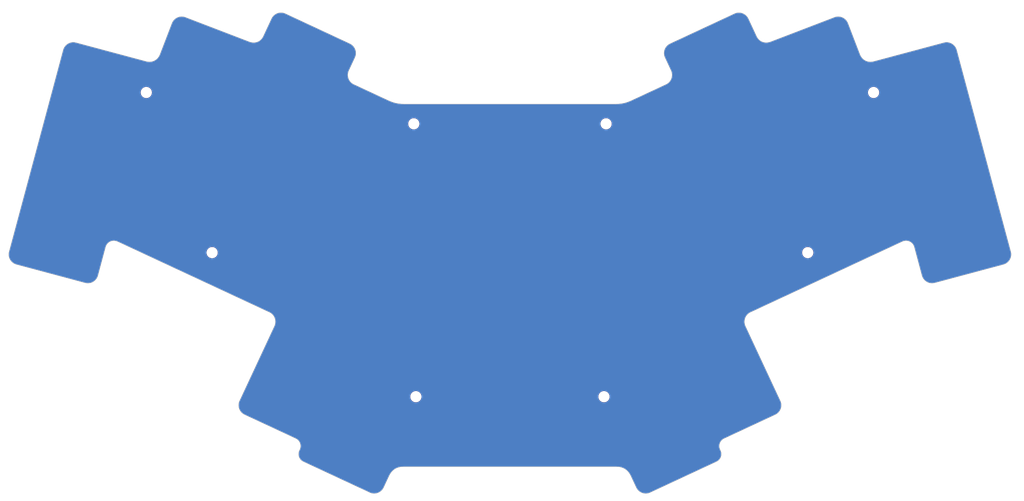
<source format=kicad_pcb>
(kicad_pcb (version 20221018) (generator pcbnew)
  (layers (0 "F.Cu" signal) (31 "B.Cu" signal) (34 "B.Paste" user) (35 "F.Paste" user) (36 "B.SilkS" user "B.Silkscreen") (37 "F.SilkS" user "F.Silkscreen") (38 "B.Mask" user) (39 "F.Mask" user) (44 "Edge.Cuts" user))
  (net 0 "")
  (net 1 "GND")
  (footprint "MountingHole:MountingHole_2.2mm_M2" (layer "F.Cu") (at 127.220211 125.174881)
    (fp_text reference "H7" hide)
    (fp_text value "MountingHole_2.2mm_M2" hide)
    (pad "" np_thru_hole circle (at 0 0) (size 2.2 2.2) (drill 2.2) (layers "*.Cu" "*.Mask"))
  )
  (footprint "MountingHole:MountingHole_2.2mm_M2" (layer "F.Cu") (at 62.720213 52.326409)
    (fp_text reference "H1" hide)
    (fp_text value "MountingHole_2.2mm_M2" hide)
    (pad "" np_thru_hole circle (at 0 0) (size 2.2 2.2) (drill 2.2) (layers "*.Cu" "*.Mask"))
  )
  (footprint "MountingHole:MountingHole_2.2mm_M2" (layer "F.Cu") (at 78.470211 90.674883)
    (fp_text reference "H5" hide)
    (fp_text value "MountingHole_2.2mm_M2" hide)
    (pad "" np_thru_hole circle (at 0 0) (size 2.2 2.2) (drill 2.2) (layers "*.Cu" "*.Mask"))
  )
  (footprint "MountingHole:MountingHole_2.2mm_M2" (layer "F.Cu") (at 220.970208 90.674881)
    (fp_text reference "H6" hide)
    (fp_text value "MountingHole_2.2mm_M2" hide)
    (pad "" np_thru_hole circle (at 0 0) (size 2.2 2.2) (drill 2.2) (layers "*.Cu" "*.Mask"))
  )
  (footprint "MountingHole:MountingHole_2.2mm_M2" (layer "F.Cu") (at 236.72021 52.32641)
    (fp_text reference "H2" hide)
    (fp_text value "MountingHole_2.2mm_M2" hide)
    (pad "" np_thru_hole circle (at 0 0) (size 2.2 2.2) (drill 2.2) (layers "*.Cu" "*.Mask"))
  )
  (footprint "MountingHole:MountingHole_2.2mm_M2" (layer "F.Cu") (at 172.720207 59.826407)
    (fp_text reference "H4" hide)
    (fp_text value "MountingHole_2.2mm_M2" hide)
    (pad "" np_thru_hole circle (at 0 0) (size 2.2 2.2) (drill 2.2) (layers "*.Cu" "*.Mask"))
  )
  (footprint "MountingHole:MountingHole_2.2mm_M2" (layer "F.Cu") (at 126.720211 59.826409)
    (fp_text reference "H3" hide)
    (fp_text value "MountingHole_2.2mm_M2" hide)
    (pad "" np_thru_hole circle (at 0 0) (size 2.2 2.2) (drill 2.2) (layers "*.Cu" "*.Mask"))
  )
  (footprint "MountingHole:MountingHole_2.2mm_M2" (layer "F.Cu") (at 172.220208 125.174877)
    (fp_text reference "H8" hide)
    (fp_text value "MountingHole_2.2mm_M2" hide)
    (pad "" np_thru_hole circle (at 0 0) (size 2.2 2.2) (drill 2.2) (layers "*.Cu" "*.Mask"))
  )
  (gr_curve (pts (xy 52.960844 89.383338) (xy 53.282008 88.140614) (xy 54.604832 87.433404) (xy 55.873658 88.02507)) (stroke (width 0.1)) (layer "Edge.Cuts"))
  (gr_line (start 68.85356 35.752684) (end 65.995998 43.196867) (stroke (width 0.1)) (layer "Edge.Cuts"))
  (gr_curve (pts (xy 120.767812 144.194167) (xy 121.507398 142.608127) (xy 122.715401 141.928395) (xy 124.32436 141.928402)) (stroke (width 0.1)) (layer "Edge.Cuts"))
  (gr_curve (pts (xy 246.479587 89.38334) (xy 246.158416 88.140612) (xy 244.835599 87.433399) (xy 243.566768 88.025067)) (stroke (width 0.1)) (layer "Edge.Cuts"))
  (gr_arc (start 183.262769 148.12231) (mid 181.351191 148.205767) (end 179.940462 146.913088) (stroke (width 0.1)) (layer "Edge.Cuts"))
  (gr_arc (start 100.317255 140.726495) (mid 99.283126 139.597907) (end 99.349881 138.06864) (stroke (width 0.1)) (layer "Edge.Cuts"))
  (gr_line (start 253.538873 40.386739) (end 236.754593 44.882312) (stroke (width 0.1)) (layer "Edge.Cuts"))
  (gr_arc (start 251.353178 97.912589) (mid 249.456117 97.662876) (end 248.291314 96.144817) (stroke (width 0.1)) (layer "Edge.Cuts"))
  (gr_line (start 200.090541 138.068639) (end 199.98489 137.84206) (stroke (width 0.1)) (layer "Edge.Cuts"))
  (gr_arc (start 203.438047 33.444424) (mid 205.349641 33.360967) (end 206.760358 34.653648) (stroke (width 0.1)) (layer "Edge.Cuts"))
  (gr_arc (start 98.488154 135.184215) (mid 99.52234 136.31278) (end 99.45553 137.842063) (stroke (width 0.1)) (layer "Edge.Cuts"))
  (gr_curve (pts (xy 236.754593 44.882312) (xy 235.112525 45.322297) (xy 233.89182 44.362379) (xy 233.44386 43.195404)) (stroke (width 0.1)) (layer "Edge.Cuts"))
  (gr_arc (start 119.499959 146.913087) (mid 118.08925 148.205785) (end 116.177647 148.122313) (stroke (width 0.1)) (layer "Edge.Cuts"))
  (gr_line (start 243.566768 88.025067) (end 207.267169 104.951846) (stroke (width 0.1)) (layer "Edge.Cuts"))
  (gr_line (start 99.349881 138.06864) (end 99.45553 137.842063) (stroke (width 0.1)) (layer "Edge.Cuts"))
  (gr_line (start 230.586858 35.752679) (end 233.44386 43.195404) (stroke (width 0.1)) (layer "Edge.Cuts"))
  (gr_line (start 186.821587 43.951253) (end 188.2739 47.065762) (stroke (width 0.1)) (layer "Edge.Cuts"))
  (gr_curve (pts (xy 120.65033 54.246584) (xy 121.467176 54.582758) (xy 122.46718 55.082758) (xy 124.467179 55.082755)) (stroke (width 0.1)) (layer "Edge.Cuts"))
  (gr_line (start 112.375742 50.38808) (end 120.65033 54.246584) (stroke (width 0.1)) (layer "Edge.Cuts"))
  (gr_line (start 267.773919 93.512661) (end 251.353178 97.912589) (stroke (width 0.1)) (layer "Edge.Cuts"))
  (gr_arc (start 42.839796 42.154087) (mid 44.004606 40.63607) (end 45.901661 40.386316) (stroke (width 0.1)) (layer "Edge.Cuts"))
  (gr_line (start 214.396646 126.156548) (end 206.057946 108.274163) (stroke (width 0.1)) (layer "Edge.Cuts"))
  (gr_line (start 206.760358 34.653648) (end 208.695951 38.804541) (stroke (width 0.1)) (layer "Edge.Cuts"))
  (gr_line (start 45.901661 40.386316) (end 62.685259 44.883776) (stroke (width 0.1)) (layer "Edge.Cuts"))
  (gr_arc (start 31.666502 93.512664) (mid 30.148374 92.347907) (end 29.898727 90.450793) (stroke (width 0.1)) (layer "Edge.Cuts"))
  (gr_arc (start 200.090541 138.068639) (mid 200.157283 139.597905) (end 199.123161 140.726492) (stroke (width 0.1)) (layer "Edge.Cuts"))
  (gr_curve (pts (xy 87.352997 40.176473) (xy 88.851631 40.73708) (xy 90.174513 40.081294) (xy 90.743494 38.806624)) (stroke (width 0.1)) (layer "Edge.Cuts"))
  (gr_line (start 92.682172 34.649118) (end 90.743494 38.806624) (stroke (width 0.1)) (layer "Edge.Cuts"))
  (gr_arc (start 199.98489 137.84206) (mid 199.918106 136.312785) (end 200.952268 135.184209) (stroke (width 0.1)) (layer "Edge.Cuts"))
  (gr_curve (pts (xy 178.80821 54.238138) (xy 177.995593 54.583372) (xy 176.995594 55.08337) (xy 174.995598 55.083365)) (stroke (width 0.1)) (layer "Edge.Cuts"))
  (gr_arc (start 269.541688 90.4508) (mid 269.291936 92.347853) (end 267.773919 93.512661) (stroke (width 0.1)) (layer "Edge.Cuts"))
  (gr_arc (start 186.821587 43.951253) (mid 186.738103 42.039643) (end 188.030812 40.628938) (stroke (width 0.1)) (layer "Edge.Cuts"))
  (gr_line (start 124.32436 141.928402) (end 175.116059 141.928399) (stroke (width 0.1)) (layer "Edge.Cuts"))
  (gr_line (start 98.488154 135.184215) (end 86.253002 129.478869) (stroke (width 0.1)) (layer "Edge.Cuts"))
  (gr_line (start 203.438047 33.444424) (end 188.030812 40.628938) (stroke (width 0.1)) (layer "Edge.Cuts"))
  (gr_line (start 269.541688 90.4508) (end 256.600732 42.154507) (stroke (width 0.1)) (layer "Edge.Cuts"))
  (gr_arc (start 68.85356 35.752684) (mid 70.170671 34.364779) (end 72.083426 34.314655) (stroke (width 0.1)) (layer "Edge.Cuts"))
  (gr_line (start 51.149101 96.144816) (end 52.960844 89.383338) (stroke (width 0.1)) (layer "Edge.Cuts"))
  (gr_line (start 112.618821 43.951254) (end 111.166519 47.065768) (stroke (width 0.1)) (layer "Edge.Cuts"))
  (gr_arc (start 214.396646 126.156548) (mid 214.480155 128.068166) (end 213.187416 129.478855) (stroke (width 0.1)) (layer "Edge.Cuts"))
  (gr_line (start 187.064672 50.388078) (end 178.80821 54.238138) (stroke (width 0.1)) (layer "Edge.Cuts"))
  (gr_curve (pts (xy 212.086451 40.174391) (xy 210.587808 40.734993) (xy 209.264934 40.079207) (xy 208.695948 38.804539)) (stroke (width 0.1)) (layer "Edge.Cuts"))
  (gr_arc (start 253.538873 40.386739) (mid 255.43589 40.636518) (end 256.600732 42.154507) (stroke (width 0.1)) (layer "Edge.Cuts"))
  (gr_line (start 72.083426 34.314655) (end 87.352997 40.176473) (stroke (width 0.1)) (layer "Edge.Cuts"))
  (gr_arc (start 206.057946 108.274163) (mid 205.974463 106.362557) (end 207.267169 104.951846) (stroke (width 0.1)) (layer "Edge.Cuts"))
  (gr_line (start 116.177647 148.122313) (end 100.317255 140.726495) (stroke (width 0.1)) (layer "Edge.Cuts"))
  (gr_arc (start 86.253002 129.478869) (mid 84.960326 128.068145) (end 85.043781 126.156552) (stroke (width 0.1)) (layer "Edge.Cuts"))
  (gr_line (start 96.004486 33.439897) (end 111.409602 40.628939) (stroke (width 0.1)) (layer "Edge.Cuts"))
  (gr_curve (pts (xy 62.685259 44.883776) (xy 64.327339 45.323765) (xy 65.548035 44.363844) (xy 65.995998 43.196867)) (stroke (width 0.1)) (layer "Edge.Cuts"))
  (gr_arc (start 188.2739 47.065762) (mid 188.357344 48.977348) (end 187.064672 50.388078) (stroke (width 0.1)) (layer "Edge.Cuts"))
  (gr_arc (start 227.356985 34.314648) (mid 229.269748 34.364739) (end 230.586858 35.752679) (stroke (width 0.1)) (layer "Edge.Cuts"))
  (gr_arc (start 112.375742 50.38808) (mid 111.083093 48.977355) (end 111.166519 47.065768) (stroke (width 0.1)) (layer "Edge.Cuts"))
  (gr_line (start 31.666502 93.512664) (end 48.08724 97.91258) (stroke (width 0.1)) (layer "Edge.Cuts"))
  (gr_line (start 119.499959 146.913087) (end 120.767812 144.194167) (stroke (width 0.1)) (layer "Edge.Cuts"))
  (gr_arc (start 111.409602 40.628939) (mid 112.702315 42.039651) (end 112.618821 43.951254) (stroke (width 0.1)) (layer "Edge.Cuts"))
  (gr_line (start 29.898727 90.450793) (end 42.839796 42.154087) (stroke (width 0.1)) (layer "Edge.Cuts"))
  (gr_line (start 93.382474 108.274166) (end 85.043781 126.156552) (stroke (width 0.1)) (layer "Edge.Cuts"))
  (gr_line (start 183.262769 148.12231) (end 199.123161 140.726492) (stroke (width 0.1)) (layer "Edge.Cuts"))
  (gr_arc (start 92.173248 104.951845) (mid 93.465939 106.362563) (end 93.382474 108.274166) (stroke (width 0.1)) (layer "Edge.Cuts"))
  (gr_arc (start 51.149101 96.144816) (mid 49.984288 97.662831) (end 48.08724 97.91258) (stroke (width 0.1)) (layer "Edge.Cuts"))
  (gr_line (start 200.952268 135.184209) (end 213.187416 129.478855) (stroke (width 0.1)) (layer "Edge.Cuts"))
  (gr_line (start 179.940462 146.913088) (end 178.672606 144.194159) (stroke (width 0.1)) (layer "Edge.Cuts"))
  (gr_line (start 174.995598 55.083365) (end 124.467179 55.082755) (stroke (width 0.1)) (layer "Edge.Cuts"))
  (gr_line (start 227.356985 34.314648) (end 212.086451 40.174391) (stroke (width 0.1)) (layer "Edge.Cuts"))
  (gr_line (start 92.173248 104.951845) (end 55.873658 88.02507) (stroke (width 0.1)) (layer "Edge.Cuts"))
  (gr_line (start 248.291314 96.144817) (end 246.479587 89.38334) (stroke (width 0.1)) (layer "Edge.Cuts"))
  (gr_curve (pts (xy 178.672606 144.194168) (xy 177.933023 142.60813) (xy 176.725017 141.92839) (xy 175.116059 141.928399)) (stroke (width 0.1)) (layer "Edge.Cuts"))
  (gr_arc (start 92.682172 34.649118) (mid 94.092896 33.356468) (end 96.004486 33.439897) (stroke (width 0.1)) (layer "Edge.Cuts"))
  (zone (net 1) (net_name "GND") (layers "F&B.Cu") (connect_pads (clearance 0)) (min_thickness 0.254) (fill yes (thermal_gap 0.508) (thermal_bridge_width 0.508))
    (polygon (pts (xy 27.720304 30.174878) (xy 272.720304 30.174878) (xy 272.720304 150.174884) (xy 27.720304 150.174884)))
  )
)
</source>
